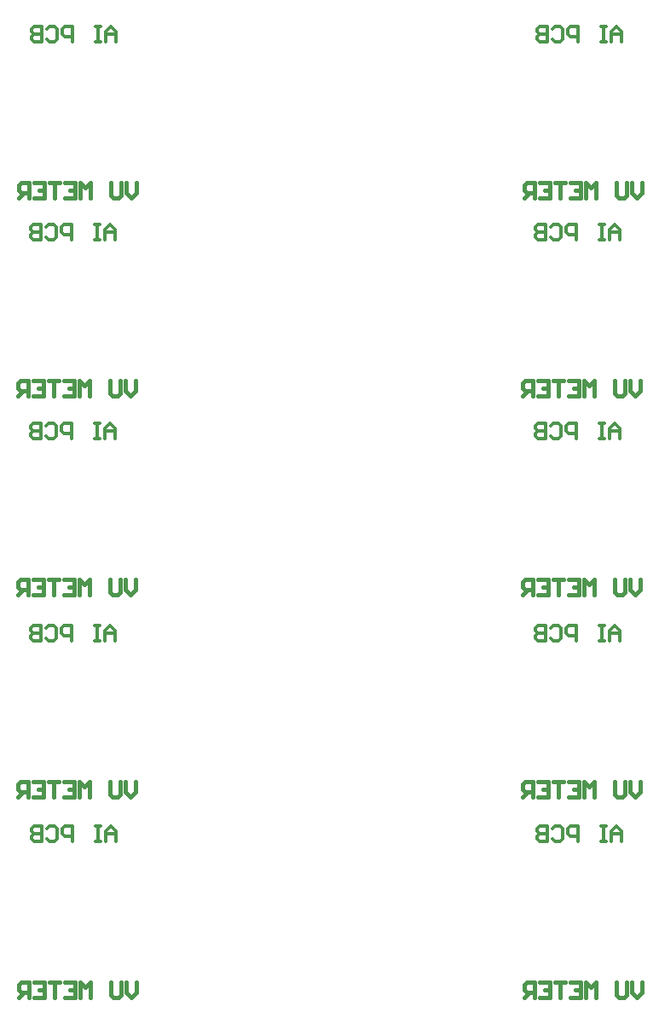
<source format=gbo>
G04 Layer_Color=32896*
%FSLAX25Y25*%
%MOIN*%
G70*
G01*
G75*
%ADD25C,0.01181*%
%ADD27C,0.01575*%
D25*
X160500Y379000D02*
Y382999D01*
X158501Y384998D01*
X156501Y382999D01*
Y379000D01*
Y381999D01*
X160500D01*
X154502Y384998D02*
X152503D01*
X153502D01*
Y379000D01*
X154502D01*
X152503D01*
X143506D02*
Y384998D01*
X140506D01*
X139507Y383998D01*
Y381999D01*
X140506Y380999D01*
X143506D01*
X133509Y383998D02*
X134508Y384998D01*
X136508D01*
X137507Y383998D01*
Y380000D01*
X136508Y379000D01*
X134508D01*
X133509Y380000D01*
X131509Y384998D02*
Y379000D01*
X128510D01*
X127511Y380000D01*
Y380999D01*
X128510Y381999D01*
X131509D01*
X128510D01*
X127511Y382999D01*
Y383998D01*
X128510Y384998D01*
X131509D01*
X358000Y379000D02*
Y382999D01*
X356001Y384998D01*
X354001Y382999D01*
Y379000D01*
Y381999D01*
X358000D01*
X352002Y384998D02*
X350003D01*
X351002D01*
Y379000D01*
X352002D01*
X350003D01*
X341005D02*
Y384998D01*
X338006D01*
X337007Y383998D01*
Y381999D01*
X338006Y380999D01*
X341005D01*
X331009Y383998D02*
X332008Y384998D01*
X334008D01*
X335007Y383998D01*
Y380000D01*
X334008Y379000D01*
X332008D01*
X331009Y380000D01*
X329009Y384998D02*
Y379000D01*
X326010D01*
X325011Y380000D01*
Y380999D01*
X326010Y381999D01*
X329009D01*
X326010D01*
X325011Y382999D01*
Y383998D01*
X326010Y384998D01*
X329009D01*
X160000Y301500D02*
Y305499D01*
X158001Y307498D01*
X156001Y305499D01*
Y301500D01*
Y304499D01*
X160000D01*
X154002Y307498D02*
X152003D01*
X153002D01*
Y301500D01*
X154002D01*
X152003D01*
X143006D02*
Y307498D01*
X140006D01*
X139007Y306498D01*
Y304499D01*
X140006Y303499D01*
X143006D01*
X133009Y306498D02*
X134008Y307498D01*
X136008D01*
X137007Y306498D01*
Y302500D01*
X136008Y301500D01*
X134008D01*
X133009Y302500D01*
X131009Y307498D02*
Y301500D01*
X128010D01*
X127011Y302500D01*
Y303499D01*
X128010Y304499D01*
X131009D01*
X128010D01*
X127011Y305499D01*
Y306498D01*
X128010Y307498D01*
X131009D01*
X357500Y301500D02*
Y305499D01*
X355501Y307498D01*
X353501Y305499D01*
Y301500D01*
Y304499D01*
X357500D01*
X351502Y307498D02*
X349503D01*
X350502D01*
Y301500D01*
X351502D01*
X349503D01*
X340506D02*
Y307498D01*
X337507D01*
X336507Y306498D01*
Y304499D01*
X337507Y303499D01*
X340506D01*
X330509Y306498D02*
X331508Y307498D01*
X333508D01*
X334507Y306498D01*
Y302500D01*
X333508Y301500D01*
X331508D01*
X330509Y302500D01*
X328509Y307498D02*
Y301500D01*
X325510D01*
X324511Y302500D01*
Y303499D01*
X325510Y304499D01*
X328509D01*
X325510D01*
X324511Y305499D01*
Y306498D01*
X325510Y307498D01*
X328509D01*
X160000Y224000D02*
Y227999D01*
X158001Y229998D01*
X156001Y227999D01*
Y224000D01*
Y226999D01*
X160000D01*
X154002Y229998D02*
X152003D01*
X153002D01*
Y224000D01*
X154002D01*
X152003D01*
X143006D02*
Y229998D01*
X140006D01*
X139007Y228998D01*
Y226999D01*
X140006Y225999D01*
X143006D01*
X133009Y228998D02*
X134008Y229998D01*
X136008D01*
X137007Y228998D01*
Y225000D01*
X136008Y224000D01*
X134008D01*
X133009Y225000D01*
X131009Y229998D02*
Y224000D01*
X128010D01*
X127011Y225000D01*
Y225999D01*
X128010Y226999D01*
X131009D01*
X128010D01*
X127011Y227999D01*
Y228998D01*
X128010Y229998D01*
X131009D01*
X357500Y224000D02*
Y227999D01*
X355501Y229998D01*
X353501Y227999D01*
Y224000D01*
Y226999D01*
X357500D01*
X351502Y229998D02*
X349503D01*
X350502D01*
Y224000D01*
X351502D01*
X349503D01*
X340506D02*
Y229998D01*
X337507D01*
X336507Y228998D01*
Y226999D01*
X337507Y225999D01*
X340506D01*
X330509Y228998D02*
X331508Y229998D01*
X333508D01*
X334507Y228998D01*
Y225000D01*
X333508Y224000D01*
X331508D01*
X330509Y225000D01*
X328509Y229998D02*
Y224000D01*
X325510D01*
X324511Y225000D01*
Y225999D01*
X325510Y226999D01*
X328509D01*
X325510D01*
X324511Y227999D01*
Y228998D01*
X325510Y229998D01*
X328509D01*
X160000Y145000D02*
Y148999D01*
X158001Y150998D01*
X156001Y148999D01*
Y145000D01*
Y147999D01*
X160000D01*
X154002Y150998D02*
X152003D01*
X153002D01*
Y145000D01*
X154002D01*
X152003D01*
X143006D02*
Y150998D01*
X140006D01*
X139007Y149998D01*
Y147999D01*
X140006Y146999D01*
X143006D01*
X133009Y149998D02*
X134008Y150998D01*
X136008D01*
X137007Y149998D01*
Y146000D01*
X136008Y145000D01*
X134008D01*
X133009Y146000D01*
X131009Y150998D02*
Y145000D01*
X128010D01*
X127011Y146000D01*
Y146999D01*
X128010Y147999D01*
X131009D01*
X128010D01*
X127011Y148999D01*
Y149998D01*
X128010Y150998D01*
X131009D01*
X357500Y145000D02*
Y148999D01*
X355501Y150998D01*
X353501Y148999D01*
Y145000D01*
Y147999D01*
X357500D01*
X351502Y150998D02*
X349503D01*
X350502D01*
Y145000D01*
X351502D01*
X349503D01*
X340506D02*
Y150998D01*
X337507D01*
X336507Y149998D01*
Y147999D01*
X337507Y146999D01*
X340506D01*
X330509Y149998D02*
X331508Y150998D01*
X333508D01*
X334507Y149998D01*
Y146000D01*
X333508Y145000D01*
X331508D01*
X330509Y146000D01*
X328509Y150998D02*
Y145000D01*
X325510D01*
X324511Y146000D01*
Y146999D01*
X325510Y147999D01*
X328509D01*
X325510D01*
X324511Y148999D01*
Y149998D01*
X325510Y150998D01*
X328509D01*
X358000Y66500D02*
Y70499D01*
X356001Y72498D01*
X354001Y70499D01*
Y66500D01*
Y69499D01*
X358000D01*
X352002Y72498D02*
X350003D01*
X351002D01*
Y66500D01*
X352002D01*
X350003D01*
X341005D02*
Y72498D01*
X338006D01*
X337007Y71498D01*
Y69499D01*
X338006Y68499D01*
X341005D01*
X331009Y71498D02*
X332008Y72498D01*
X334008D01*
X335007Y71498D01*
Y67500D01*
X334008Y66500D01*
X332008D01*
X331009Y67500D01*
X329009Y72498D02*
Y66500D01*
X326010D01*
X325011Y67500D01*
Y68499D01*
X326010Y69499D01*
X329009D01*
X326010D01*
X325011Y70499D01*
Y71498D01*
X326010Y72498D01*
X329009D01*
X160500Y66500D02*
Y70499D01*
X158501Y72498D01*
X156501Y70499D01*
Y66500D01*
Y69499D01*
X160500D01*
X154502Y72498D02*
X152503D01*
X153502D01*
Y66500D01*
X154502D01*
X152503D01*
X143506D02*
Y72498D01*
X140506D01*
X139507Y71498D01*
Y69499D01*
X140506Y68499D01*
X143506D01*
X133509Y71498D02*
X134508Y72498D01*
X136508D01*
X137507Y71498D01*
Y67500D01*
X136508Y66500D01*
X134508D01*
X133509Y67500D01*
X131509Y72498D02*
Y66500D01*
X128510D01*
X127511Y67500D01*
Y68499D01*
X128510Y69499D01*
X131509D01*
X128510D01*
X127511Y70499D01*
Y71498D01*
X128510Y72498D01*
X131509D01*
D27*
X168500Y323998D02*
Y319999D01*
X166501Y318000D01*
X164501Y319999D01*
Y323998D01*
X162502D02*
Y319000D01*
X161502Y318000D01*
X159503D01*
X158503Y319000D01*
Y323998D01*
X150506Y318000D02*
Y323998D01*
X148506Y321999D01*
X146507Y323998D01*
Y318000D01*
X140509Y323998D02*
X144508D01*
Y318000D01*
X140509D01*
X144508Y320999D02*
X142508D01*
X138510Y323998D02*
X134511D01*
X136510D01*
Y318000D01*
X128513Y323998D02*
X132512D01*
Y318000D01*
X128513D01*
X132512Y320999D02*
X130512D01*
X126514Y318000D02*
Y323998D01*
X123515D01*
X122515Y322998D01*
Y320999D01*
X123515Y319999D01*
X126514D01*
X124514D02*
X122515Y318000D01*
X366000Y323998D02*
Y319999D01*
X364001Y318000D01*
X362001Y319999D01*
Y323998D01*
X360002D02*
Y319000D01*
X359002Y318000D01*
X357003D01*
X356003Y319000D01*
Y323998D01*
X348006Y318000D02*
Y323998D01*
X346006Y321999D01*
X344007Y323998D01*
Y318000D01*
X338009Y323998D02*
X342008D01*
Y318000D01*
X338009D01*
X342008Y320999D02*
X340008D01*
X336010Y323998D02*
X332011D01*
X334010D01*
Y318000D01*
X326013Y323998D02*
X330012D01*
Y318000D01*
X326013D01*
X330012Y320999D02*
X328012D01*
X324014Y318000D02*
Y323998D01*
X321015D01*
X320015Y322998D01*
Y320999D01*
X321015Y319999D01*
X324014D01*
X322014D02*
X320015Y318000D01*
X168000Y246498D02*
Y242499D01*
X166001Y240500D01*
X164001Y242499D01*
Y246498D01*
X162002D02*
Y241500D01*
X161002Y240500D01*
X159003D01*
X158003Y241500D01*
Y246498D01*
X150006Y240500D02*
Y246498D01*
X148006Y244499D01*
X146007Y246498D01*
Y240500D01*
X140009Y246498D02*
X144008D01*
Y240500D01*
X140009D01*
X144008Y243499D02*
X142008D01*
X138010Y246498D02*
X134011D01*
X136010D01*
Y240500D01*
X128013Y246498D02*
X132012D01*
Y240500D01*
X128013D01*
X132012Y243499D02*
X130012D01*
X126014Y240500D02*
Y246498D01*
X123015D01*
X122015Y245498D01*
Y243499D01*
X123015Y242499D01*
X126014D01*
X124014D02*
X122015Y240500D01*
X365500Y246498D02*
Y242499D01*
X363501Y240500D01*
X361501Y242499D01*
Y246498D01*
X359502D02*
Y241500D01*
X358502Y240500D01*
X356503D01*
X355503Y241500D01*
Y246498D01*
X347506Y240500D02*
Y246498D01*
X345507Y244499D01*
X343507Y246498D01*
Y240500D01*
X337509Y246498D02*
X341508D01*
Y240500D01*
X337509D01*
X341508Y243499D02*
X339508D01*
X335510Y246498D02*
X331511D01*
X333510D01*
Y240500D01*
X325513Y246498D02*
X329512D01*
Y240500D01*
X325513D01*
X329512Y243499D02*
X327512D01*
X323514Y240500D02*
Y246498D01*
X320515D01*
X319515Y245498D01*
Y243499D01*
X320515Y242499D01*
X323514D01*
X321514D02*
X319515Y240500D01*
X168000Y168998D02*
Y164999D01*
X166001Y163000D01*
X164001Y164999D01*
Y168998D01*
X162002D02*
Y164000D01*
X161002Y163000D01*
X159003D01*
X158003Y164000D01*
Y168998D01*
X150006Y163000D02*
Y168998D01*
X148006Y166999D01*
X146007Y168998D01*
Y163000D01*
X140009Y168998D02*
X144008D01*
Y163000D01*
X140009D01*
X144008Y165999D02*
X142008D01*
X138010Y168998D02*
X134011D01*
X136010D01*
Y163000D01*
X128013Y168998D02*
X132012D01*
Y163000D01*
X128013D01*
X132012Y165999D02*
X130012D01*
X126014Y163000D02*
Y168998D01*
X123015D01*
X122015Y167998D01*
Y165999D01*
X123015Y164999D01*
X126014D01*
X124014D02*
X122015Y163000D01*
X365500Y168998D02*
Y164999D01*
X363501Y163000D01*
X361501Y164999D01*
Y168998D01*
X359502D02*
Y164000D01*
X358502Y163000D01*
X356503D01*
X355503Y164000D01*
Y168998D01*
X347506Y163000D02*
Y168998D01*
X345507Y166999D01*
X343507Y168998D01*
Y163000D01*
X337509Y168998D02*
X341508D01*
Y163000D01*
X337509D01*
X341508Y165999D02*
X339508D01*
X335510Y168998D02*
X331511D01*
X333510D01*
Y163000D01*
X325513Y168998D02*
X329512D01*
Y163000D01*
X325513D01*
X329512Y165999D02*
X327512D01*
X323514Y163000D02*
Y168998D01*
X320515D01*
X319515Y167998D01*
Y165999D01*
X320515Y164999D01*
X323514D01*
X321514D02*
X319515Y163000D01*
X168000Y89998D02*
Y85999D01*
X166001Y84000D01*
X164001Y85999D01*
Y89998D01*
X162002D02*
Y85000D01*
X161002Y84000D01*
X159003D01*
X158003Y85000D01*
Y89998D01*
X150006Y84000D02*
Y89998D01*
X148006Y87999D01*
X146007Y89998D01*
Y84000D01*
X140009Y89998D02*
X144008D01*
Y84000D01*
X140009D01*
X144008Y86999D02*
X142008D01*
X138010Y89998D02*
X134011D01*
X136010D01*
Y84000D01*
X128013Y89998D02*
X132012D01*
Y84000D01*
X128013D01*
X132012Y86999D02*
X130012D01*
X126014Y84000D02*
Y89998D01*
X123015D01*
X122015Y88998D01*
Y86999D01*
X123015Y85999D01*
X126014D01*
X124014D02*
X122015Y84000D01*
X365500Y89998D02*
Y85999D01*
X363501Y84000D01*
X361501Y85999D01*
Y89998D01*
X359502D02*
Y85000D01*
X358502Y84000D01*
X356503D01*
X355503Y85000D01*
Y89998D01*
X347506Y84000D02*
Y89998D01*
X345507Y87999D01*
X343507Y89998D01*
Y84000D01*
X337509Y89998D02*
X341508D01*
Y84000D01*
X337509D01*
X341508Y86999D02*
X339508D01*
X335510Y89998D02*
X331511D01*
X333510D01*
Y84000D01*
X325513Y89998D02*
X329512D01*
Y84000D01*
X325513D01*
X329512Y86999D02*
X327512D01*
X323514Y84000D02*
Y89998D01*
X320515D01*
X319515Y88998D01*
Y86999D01*
X320515Y85999D01*
X323514D01*
X321514D02*
X319515Y84000D01*
X366000Y11498D02*
Y7499D01*
X364001Y5500D01*
X362001Y7499D01*
Y11498D01*
X360002D02*
Y6500D01*
X359002Y5500D01*
X357003D01*
X356003Y6500D01*
Y11498D01*
X348006Y5500D02*
Y11498D01*
X346006Y9499D01*
X344007Y11498D01*
Y5500D01*
X338009Y11498D02*
X342008D01*
Y5500D01*
X338009D01*
X342008Y8499D02*
X340008D01*
X336010Y11498D02*
X332011D01*
X334010D01*
Y5500D01*
X326013Y11498D02*
X330012D01*
Y5500D01*
X326013D01*
X330012Y8499D02*
X328012D01*
X324014Y5500D02*
Y11498D01*
X321015D01*
X320015Y10498D01*
Y8499D01*
X321015Y7499D01*
X324014D01*
X322014D02*
X320015Y5500D01*
X168500Y11498D02*
Y7499D01*
X166501Y5500D01*
X164501Y7499D01*
Y11498D01*
X162502D02*
Y6500D01*
X161502Y5500D01*
X159503D01*
X158503Y6500D01*
Y11498D01*
X150506Y5500D02*
Y11498D01*
X148506Y9499D01*
X146507Y11498D01*
Y5500D01*
X140509Y11498D02*
X144508D01*
Y5500D01*
X140509D01*
X144508Y8499D02*
X142508D01*
X138510Y11498D02*
X134511D01*
X136510D01*
Y5500D01*
X128513Y11498D02*
X132512D01*
Y5500D01*
X128513D01*
X132512Y8499D02*
X130512D01*
X126514Y5500D02*
Y11498D01*
X123515D01*
X122515Y10498D01*
Y8499D01*
X123515Y7499D01*
X126514D01*
X124514D02*
X122515Y5500D01*
M02*

</source>
